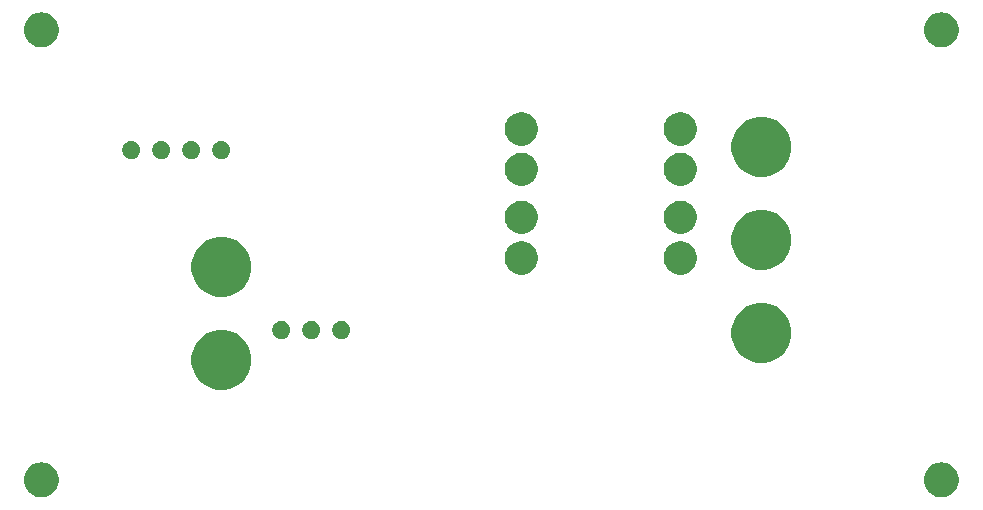
<source format=gbr>
G04 #@! TF.GenerationSoftware,KiCad,Pcbnew,(5.0.2)-1*
G04 #@! TF.CreationDate,2019-12-13T17:07:51-06:00*
G04 #@! TF.ProjectId,Arm-EStop_Hardware,41726d2d-4553-4746-9f70-5f4861726477,rev?*
G04 #@! TF.SameCoordinates,Original*
G04 #@! TF.FileFunction,Soldermask,Bot*
G04 #@! TF.FilePolarity,Negative*
%FSLAX46Y46*%
G04 Gerber Fmt 4.6, Leading zero omitted, Abs format (unit mm)*
G04 Created by KiCad (PCBNEW (5.0.2)-1) date 12/13/2019 5:07:51 PM*
%MOMM*%
%LPD*%
G01*
G04 APERTURE LIST*
%ADD10C,0.100000*%
G04 APERTURE END LIST*
D10*
G36*
X218656253Y-128080953D02*
X218869717Y-128123414D01*
X219137822Y-128234467D01*
X219137823Y-128234468D01*
X219379113Y-128395693D01*
X219584307Y-128600887D01*
X219584309Y-128600890D01*
X219745533Y-128842178D01*
X219856586Y-129110283D01*
X219913200Y-129394902D01*
X219913200Y-129685098D01*
X219856586Y-129969717D01*
X219745533Y-130237822D01*
X219745532Y-130237823D01*
X219584307Y-130479113D01*
X219379113Y-130684307D01*
X219379110Y-130684309D01*
X219137822Y-130845533D01*
X218869717Y-130956586D01*
X218656253Y-130999047D01*
X218585099Y-131013200D01*
X218294901Y-131013200D01*
X218223747Y-130999047D01*
X218010283Y-130956586D01*
X217742178Y-130845533D01*
X217500890Y-130684309D01*
X217500887Y-130684307D01*
X217295693Y-130479113D01*
X217134468Y-130237823D01*
X217134467Y-130237822D01*
X217023414Y-129969717D01*
X216966800Y-129685098D01*
X216966800Y-129394902D01*
X217023414Y-129110283D01*
X217134467Y-128842178D01*
X217295691Y-128600890D01*
X217295693Y-128600887D01*
X217500887Y-128395693D01*
X217742177Y-128234468D01*
X217742178Y-128234467D01*
X218010283Y-128123414D01*
X218223747Y-128080953D01*
X218294901Y-128066800D01*
X218585099Y-128066800D01*
X218656253Y-128080953D01*
X218656253Y-128080953D01*
G37*
G36*
X142456253Y-128080953D02*
X142669717Y-128123414D01*
X142937822Y-128234467D01*
X142937823Y-128234468D01*
X143179113Y-128395693D01*
X143384307Y-128600887D01*
X143384309Y-128600890D01*
X143545533Y-128842178D01*
X143656586Y-129110283D01*
X143713200Y-129394902D01*
X143713200Y-129685098D01*
X143656586Y-129969717D01*
X143545533Y-130237822D01*
X143545532Y-130237823D01*
X143384307Y-130479113D01*
X143179113Y-130684307D01*
X143179110Y-130684309D01*
X142937822Y-130845533D01*
X142669717Y-130956586D01*
X142456253Y-130999047D01*
X142385099Y-131013200D01*
X142094901Y-131013200D01*
X142023747Y-130999047D01*
X141810283Y-130956586D01*
X141542178Y-130845533D01*
X141300890Y-130684309D01*
X141300887Y-130684307D01*
X141095693Y-130479113D01*
X140934468Y-130237823D01*
X140934467Y-130237822D01*
X140823414Y-129969717D01*
X140766800Y-129685098D01*
X140766800Y-129394902D01*
X140823414Y-129110283D01*
X140934467Y-128842178D01*
X141095691Y-128600890D01*
X141095693Y-128600887D01*
X141300887Y-128395693D01*
X141542177Y-128234468D01*
X141542178Y-128234467D01*
X141810283Y-128123414D01*
X142023747Y-128080953D01*
X142094901Y-128066800D01*
X142385099Y-128066800D01*
X142456253Y-128080953D01*
X142456253Y-128080953D01*
G37*
G36*
X158220890Y-116937610D02*
X158683140Y-117129080D01*
X159099159Y-117407055D01*
X159452945Y-117760841D01*
X159730920Y-118176860D01*
X159922390Y-118639110D01*
X160020000Y-119129830D01*
X160020000Y-119630170D01*
X159922390Y-120120890D01*
X159730920Y-120583140D01*
X159452945Y-120999159D01*
X159099159Y-121352945D01*
X158683140Y-121630920D01*
X158220890Y-121822390D01*
X157730170Y-121920000D01*
X157229830Y-121920000D01*
X156739110Y-121822390D01*
X156276860Y-121630920D01*
X155860841Y-121352945D01*
X155507055Y-120999159D01*
X155229080Y-120583140D01*
X155037610Y-120120890D01*
X154940000Y-119630170D01*
X154940000Y-119129830D01*
X155037610Y-118639110D01*
X155229080Y-118176860D01*
X155507055Y-117760841D01*
X155860841Y-117407055D01*
X156276860Y-117129080D01*
X156739110Y-116937610D01*
X157229830Y-116840000D01*
X157730170Y-116840000D01*
X158220890Y-116937610D01*
X158220890Y-116937610D01*
G37*
G36*
X203940890Y-114651610D02*
X204403140Y-114843080D01*
X204819159Y-115121055D01*
X205172945Y-115474841D01*
X205450920Y-115890860D01*
X205642390Y-116353110D01*
X205740000Y-116843830D01*
X205740000Y-117344170D01*
X205642390Y-117834890D01*
X205450920Y-118297140D01*
X205172945Y-118713159D01*
X204819159Y-119066945D01*
X204403140Y-119344920D01*
X203940890Y-119536390D01*
X203450170Y-119634000D01*
X202949830Y-119634000D01*
X202459110Y-119536390D01*
X201996860Y-119344920D01*
X201580841Y-119066945D01*
X201227055Y-118713159D01*
X200949080Y-118297140D01*
X200757610Y-117834890D01*
X200660000Y-117344170D01*
X200660000Y-116843830D01*
X200757610Y-116353110D01*
X200949080Y-115890860D01*
X201227055Y-115474841D01*
X201580841Y-115121055D01*
X201996860Y-114843080D01*
X202459110Y-114651610D01*
X202949830Y-114554000D01*
X203450170Y-114554000D01*
X203940890Y-114651610D01*
X203940890Y-114651610D01*
G37*
G36*
X167813195Y-116097522D02*
X167862267Y-116107283D01*
X168000942Y-116164724D01*
X168125750Y-116248118D01*
X168231882Y-116354250D01*
X168315276Y-116479058D01*
X168372717Y-116617734D01*
X168402000Y-116764948D01*
X168402000Y-116915052D01*
X168372717Y-117062266D01*
X168315276Y-117200942D01*
X168231882Y-117325750D01*
X168125750Y-117431882D01*
X168125747Y-117431884D01*
X168000942Y-117515276D01*
X167862267Y-117572717D01*
X167813195Y-117582478D01*
X167715052Y-117602000D01*
X167564948Y-117602000D01*
X167466805Y-117582478D01*
X167417733Y-117572717D01*
X167279058Y-117515276D01*
X167154253Y-117431884D01*
X167154250Y-117431882D01*
X167048118Y-117325750D01*
X166964724Y-117200942D01*
X166907283Y-117062266D01*
X166878000Y-116915052D01*
X166878000Y-116764948D01*
X166907283Y-116617734D01*
X166964724Y-116479058D01*
X167048118Y-116354250D01*
X167154250Y-116248118D01*
X167279058Y-116164724D01*
X167417733Y-116107283D01*
X167466805Y-116097522D01*
X167564948Y-116078000D01*
X167715052Y-116078000D01*
X167813195Y-116097522D01*
X167813195Y-116097522D01*
G37*
G36*
X162733195Y-116097522D02*
X162782267Y-116107283D01*
X162920942Y-116164724D01*
X163045750Y-116248118D01*
X163151882Y-116354250D01*
X163235276Y-116479058D01*
X163292717Y-116617734D01*
X163322000Y-116764948D01*
X163322000Y-116915052D01*
X163292717Y-117062266D01*
X163235276Y-117200942D01*
X163151882Y-117325750D01*
X163045750Y-117431882D01*
X163045747Y-117431884D01*
X162920942Y-117515276D01*
X162782267Y-117572717D01*
X162733195Y-117582478D01*
X162635052Y-117602000D01*
X162484948Y-117602000D01*
X162386805Y-117582478D01*
X162337733Y-117572717D01*
X162199058Y-117515276D01*
X162074253Y-117431884D01*
X162074250Y-117431882D01*
X161968118Y-117325750D01*
X161884724Y-117200942D01*
X161827283Y-117062266D01*
X161798000Y-116915052D01*
X161798000Y-116764948D01*
X161827283Y-116617734D01*
X161884724Y-116479058D01*
X161968118Y-116354250D01*
X162074250Y-116248118D01*
X162199058Y-116164724D01*
X162337733Y-116107283D01*
X162386805Y-116097522D01*
X162484948Y-116078000D01*
X162635052Y-116078000D01*
X162733195Y-116097522D01*
X162733195Y-116097522D01*
G37*
G36*
X165273195Y-116097522D02*
X165322267Y-116107283D01*
X165460942Y-116164724D01*
X165585750Y-116248118D01*
X165691882Y-116354250D01*
X165775276Y-116479058D01*
X165832717Y-116617734D01*
X165862000Y-116764948D01*
X165862000Y-116915052D01*
X165832717Y-117062266D01*
X165775276Y-117200942D01*
X165691882Y-117325750D01*
X165585750Y-117431882D01*
X165585747Y-117431884D01*
X165460942Y-117515276D01*
X165322267Y-117572717D01*
X165273195Y-117582478D01*
X165175052Y-117602000D01*
X165024948Y-117602000D01*
X164926805Y-117582478D01*
X164877733Y-117572717D01*
X164739058Y-117515276D01*
X164614253Y-117431884D01*
X164614250Y-117431882D01*
X164508118Y-117325750D01*
X164424724Y-117200942D01*
X164367283Y-117062266D01*
X164338000Y-116915052D01*
X164338000Y-116764948D01*
X164367283Y-116617734D01*
X164424724Y-116479058D01*
X164508118Y-116354250D01*
X164614250Y-116248118D01*
X164739058Y-116164724D01*
X164877733Y-116107283D01*
X164926805Y-116097522D01*
X165024948Y-116078000D01*
X165175052Y-116078000D01*
X165273195Y-116097522D01*
X165273195Y-116097522D01*
G37*
G36*
X158220890Y-109063610D02*
X158683140Y-109255080D01*
X159099159Y-109533055D01*
X159452945Y-109886841D01*
X159730920Y-110302860D01*
X159922390Y-110765110D01*
X160020000Y-111255830D01*
X160020000Y-111756170D01*
X159922390Y-112246890D01*
X159730920Y-112709140D01*
X159452945Y-113125159D01*
X159099159Y-113478945D01*
X158683140Y-113756920D01*
X158220890Y-113948390D01*
X157730170Y-114046000D01*
X157229830Y-114046000D01*
X156739110Y-113948390D01*
X156276860Y-113756920D01*
X155860841Y-113478945D01*
X155507055Y-113125159D01*
X155229080Y-112709140D01*
X155037610Y-112246890D01*
X154940000Y-111756170D01*
X154940000Y-111255830D01*
X155037610Y-110765110D01*
X155229080Y-110302860D01*
X155507055Y-109886841D01*
X155860841Y-109533055D01*
X156276860Y-109255080D01*
X156739110Y-109063610D01*
X157229830Y-108966000D01*
X157730170Y-108966000D01*
X158220890Y-109063610D01*
X158220890Y-109063610D01*
G37*
G36*
X183291193Y-109388473D02*
X183547744Y-109494740D01*
X183778634Y-109649016D01*
X183974984Y-109845366D01*
X184129260Y-110076256D01*
X184235527Y-110332807D01*
X184289700Y-110605155D01*
X184289700Y-110882845D01*
X184235527Y-111155193D01*
X184129260Y-111411744D01*
X183974984Y-111642634D01*
X183778634Y-111838984D01*
X183547744Y-111993260D01*
X183291193Y-112099527D01*
X183018845Y-112153700D01*
X182741155Y-112153700D01*
X182468807Y-112099527D01*
X182212256Y-111993260D01*
X181981366Y-111838984D01*
X181785016Y-111642634D01*
X181630740Y-111411744D01*
X181524473Y-111155193D01*
X181470300Y-110882845D01*
X181470300Y-110605155D01*
X181524473Y-110332807D01*
X181630740Y-110076256D01*
X181785016Y-109845366D01*
X181981366Y-109649016D01*
X182212256Y-109494740D01*
X182468807Y-109388473D01*
X182741155Y-109334300D01*
X183018845Y-109334300D01*
X183291193Y-109388473D01*
X183291193Y-109388473D01*
G37*
G36*
X196753193Y-109388473D02*
X197009744Y-109494740D01*
X197240634Y-109649016D01*
X197436984Y-109845366D01*
X197591260Y-110076256D01*
X197697527Y-110332807D01*
X197751700Y-110605155D01*
X197751700Y-110882845D01*
X197697527Y-111155193D01*
X197591260Y-111411744D01*
X197436984Y-111642634D01*
X197240634Y-111838984D01*
X197009744Y-111993260D01*
X196753193Y-112099527D01*
X196480845Y-112153700D01*
X196203155Y-112153700D01*
X195930807Y-112099527D01*
X195674256Y-111993260D01*
X195443366Y-111838984D01*
X195247016Y-111642634D01*
X195092740Y-111411744D01*
X194986473Y-111155193D01*
X194932300Y-110882845D01*
X194932300Y-110605155D01*
X194986473Y-110332807D01*
X195092740Y-110076256D01*
X195247016Y-109845366D01*
X195443366Y-109649016D01*
X195674256Y-109494740D01*
X195930807Y-109388473D01*
X196203155Y-109334300D01*
X196480845Y-109334300D01*
X196753193Y-109388473D01*
X196753193Y-109388473D01*
G37*
G36*
X203940890Y-106777610D02*
X204403140Y-106969080D01*
X204819159Y-107247055D01*
X205172945Y-107600841D01*
X205450920Y-108016860D01*
X205642390Y-108479110D01*
X205740000Y-108969830D01*
X205740000Y-109470170D01*
X205642390Y-109960890D01*
X205450920Y-110423140D01*
X205172945Y-110839159D01*
X204819159Y-111192945D01*
X204403140Y-111470920D01*
X203940890Y-111662390D01*
X203450170Y-111760000D01*
X202949830Y-111760000D01*
X202459110Y-111662390D01*
X201996860Y-111470920D01*
X201580841Y-111192945D01*
X201227055Y-110839159D01*
X200949080Y-110423140D01*
X200757610Y-109960890D01*
X200660000Y-109470170D01*
X200660000Y-108969830D01*
X200757610Y-108479110D01*
X200949080Y-108016860D01*
X201227055Y-107600841D01*
X201580841Y-107247055D01*
X201996860Y-106969080D01*
X202459110Y-106777610D01*
X202949830Y-106680000D01*
X203450170Y-106680000D01*
X203940890Y-106777610D01*
X203940890Y-106777610D01*
G37*
G36*
X183291193Y-105959473D02*
X183547744Y-106065740D01*
X183778634Y-106220016D01*
X183974984Y-106416366D01*
X184129260Y-106647256D01*
X184235527Y-106903807D01*
X184289700Y-107176155D01*
X184289700Y-107453845D01*
X184235527Y-107726193D01*
X184129260Y-107982744D01*
X183974984Y-108213634D01*
X183778634Y-108409984D01*
X183547744Y-108564260D01*
X183291193Y-108670527D01*
X183018845Y-108724700D01*
X182741155Y-108724700D01*
X182468807Y-108670527D01*
X182212256Y-108564260D01*
X181981366Y-108409984D01*
X181785016Y-108213634D01*
X181630740Y-107982744D01*
X181524473Y-107726193D01*
X181470300Y-107453845D01*
X181470300Y-107176155D01*
X181524473Y-106903807D01*
X181630740Y-106647256D01*
X181785016Y-106416366D01*
X181981366Y-106220016D01*
X182212256Y-106065740D01*
X182468807Y-105959473D01*
X182741155Y-105905300D01*
X183018845Y-105905300D01*
X183291193Y-105959473D01*
X183291193Y-105959473D01*
G37*
G36*
X196753193Y-105959473D02*
X197009744Y-106065740D01*
X197240634Y-106220016D01*
X197436984Y-106416366D01*
X197591260Y-106647256D01*
X197697527Y-106903807D01*
X197751700Y-107176155D01*
X197751700Y-107453845D01*
X197697527Y-107726193D01*
X197591260Y-107982744D01*
X197436984Y-108213634D01*
X197240634Y-108409984D01*
X197009744Y-108564260D01*
X196753193Y-108670527D01*
X196480845Y-108724700D01*
X196203155Y-108724700D01*
X195930807Y-108670527D01*
X195674256Y-108564260D01*
X195443366Y-108409984D01*
X195247016Y-108213634D01*
X195092740Y-107982744D01*
X194986473Y-107726193D01*
X194932300Y-107453845D01*
X194932300Y-107176155D01*
X194986473Y-106903807D01*
X195092740Y-106647256D01*
X195247016Y-106416366D01*
X195443366Y-106220016D01*
X195674256Y-106065740D01*
X195930807Y-105959473D01*
X196203155Y-105905300D01*
X196480845Y-105905300D01*
X196753193Y-105959473D01*
X196753193Y-105959473D01*
G37*
G36*
X183291193Y-101895473D02*
X183547744Y-102001740D01*
X183778634Y-102156016D01*
X183974984Y-102352366D01*
X184129260Y-102583256D01*
X184235527Y-102839807D01*
X184289700Y-103112155D01*
X184289700Y-103389845D01*
X184235527Y-103662193D01*
X184129260Y-103918744D01*
X183974984Y-104149634D01*
X183778634Y-104345984D01*
X183547744Y-104500260D01*
X183291193Y-104606527D01*
X183018845Y-104660700D01*
X182741155Y-104660700D01*
X182468807Y-104606527D01*
X182212256Y-104500260D01*
X181981366Y-104345984D01*
X181785016Y-104149634D01*
X181630740Y-103918744D01*
X181524473Y-103662193D01*
X181470300Y-103389845D01*
X181470300Y-103112155D01*
X181524473Y-102839807D01*
X181630740Y-102583256D01*
X181785016Y-102352366D01*
X181981366Y-102156016D01*
X182212256Y-102001740D01*
X182468807Y-101895473D01*
X182741155Y-101841300D01*
X183018845Y-101841300D01*
X183291193Y-101895473D01*
X183291193Y-101895473D01*
G37*
G36*
X196753193Y-101895473D02*
X197009744Y-102001740D01*
X197240634Y-102156016D01*
X197436984Y-102352366D01*
X197591260Y-102583256D01*
X197697527Y-102839807D01*
X197751700Y-103112155D01*
X197751700Y-103389845D01*
X197697527Y-103662193D01*
X197591260Y-103918744D01*
X197436984Y-104149634D01*
X197240634Y-104345984D01*
X197009744Y-104500260D01*
X196753193Y-104606527D01*
X196480845Y-104660700D01*
X196203155Y-104660700D01*
X195930807Y-104606527D01*
X195674256Y-104500260D01*
X195443366Y-104345984D01*
X195247016Y-104149634D01*
X195092740Y-103918744D01*
X194986473Y-103662193D01*
X194932300Y-103389845D01*
X194932300Y-103112155D01*
X194986473Y-102839807D01*
X195092740Y-102583256D01*
X195247016Y-102352366D01*
X195443366Y-102156016D01*
X195674256Y-102001740D01*
X195930807Y-101895473D01*
X196203155Y-101841300D01*
X196480845Y-101841300D01*
X196753193Y-101895473D01*
X196753193Y-101895473D01*
G37*
G36*
X203940890Y-98903610D02*
X204403140Y-99095080D01*
X204819159Y-99373055D01*
X205172945Y-99726841D01*
X205450920Y-100142860D01*
X205642390Y-100605110D01*
X205740000Y-101095830D01*
X205740000Y-101596170D01*
X205642390Y-102086890D01*
X205450920Y-102549140D01*
X205172945Y-102965159D01*
X204819159Y-103318945D01*
X204403140Y-103596920D01*
X203940890Y-103788390D01*
X203450170Y-103886000D01*
X202949830Y-103886000D01*
X202459110Y-103788390D01*
X201996860Y-103596920D01*
X201580841Y-103318945D01*
X201227055Y-102965159D01*
X200949080Y-102549140D01*
X200757610Y-102086890D01*
X200660000Y-101596170D01*
X200660000Y-101095830D01*
X200757610Y-100605110D01*
X200949080Y-100142860D01*
X201227055Y-99726841D01*
X201580841Y-99373055D01*
X201996860Y-99095080D01*
X202459110Y-98903610D01*
X202949830Y-98806000D01*
X203450170Y-98806000D01*
X203940890Y-98903610D01*
X203940890Y-98903610D01*
G37*
G36*
X150033195Y-100857522D02*
X150082267Y-100867283D01*
X150202256Y-100916984D01*
X150220942Y-100924724D01*
X150345750Y-101008118D01*
X150451882Y-101114250D01*
X150535276Y-101239058D01*
X150592717Y-101377734D01*
X150622000Y-101524948D01*
X150622000Y-101675052D01*
X150592717Y-101822266D01*
X150535276Y-101960942D01*
X150451882Y-102085750D01*
X150345750Y-102191882D01*
X150345747Y-102191884D01*
X150220942Y-102275276D01*
X150082267Y-102332717D01*
X150033195Y-102342478D01*
X149935052Y-102362000D01*
X149784948Y-102362000D01*
X149686805Y-102342478D01*
X149637733Y-102332717D01*
X149499058Y-102275276D01*
X149374253Y-102191884D01*
X149374250Y-102191882D01*
X149268118Y-102085750D01*
X149184724Y-101960942D01*
X149127283Y-101822266D01*
X149098000Y-101675052D01*
X149098000Y-101524948D01*
X149127283Y-101377734D01*
X149184724Y-101239058D01*
X149268118Y-101114250D01*
X149374250Y-101008118D01*
X149499058Y-100924724D01*
X149517744Y-100916984D01*
X149637733Y-100867283D01*
X149686805Y-100857522D01*
X149784948Y-100838000D01*
X149935052Y-100838000D01*
X150033195Y-100857522D01*
X150033195Y-100857522D01*
G37*
G36*
X152573195Y-100857522D02*
X152622267Y-100867283D01*
X152742256Y-100916984D01*
X152760942Y-100924724D01*
X152885750Y-101008118D01*
X152991882Y-101114250D01*
X153075276Y-101239058D01*
X153132717Y-101377734D01*
X153162000Y-101524948D01*
X153162000Y-101675052D01*
X153132717Y-101822266D01*
X153075276Y-101960942D01*
X152991882Y-102085750D01*
X152885750Y-102191882D01*
X152885747Y-102191884D01*
X152760942Y-102275276D01*
X152622267Y-102332717D01*
X152573195Y-102342478D01*
X152475052Y-102362000D01*
X152324948Y-102362000D01*
X152226805Y-102342478D01*
X152177733Y-102332717D01*
X152039058Y-102275276D01*
X151914253Y-102191884D01*
X151914250Y-102191882D01*
X151808118Y-102085750D01*
X151724724Y-101960942D01*
X151667283Y-101822266D01*
X151638000Y-101675052D01*
X151638000Y-101524948D01*
X151667283Y-101377734D01*
X151724724Y-101239058D01*
X151808118Y-101114250D01*
X151914250Y-101008118D01*
X152039058Y-100924724D01*
X152057744Y-100916984D01*
X152177733Y-100867283D01*
X152226805Y-100857522D01*
X152324948Y-100838000D01*
X152475052Y-100838000D01*
X152573195Y-100857522D01*
X152573195Y-100857522D01*
G37*
G36*
X155113195Y-100857522D02*
X155162267Y-100867283D01*
X155282256Y-100916984D01*
X155300942Y-100924724D01*
X155425750Y-101008118D01*
X155531882Y-101114250D01*
X155615276Y-101239058D01*
X155672717Y-101377734D01*
X155702000Y-101524948D01*
X155702000Y-101675052D01*
X155672717Y-101822266D01*
X155615276Y-101960942D01*
X155531882Y-102085750D01*
X155425750Y-102191882D01*
X155425747Y-102191884D01*
X155300942Y-102275276D01*
X155162267Y-102332717D01*
X155113195Y-102342478D01*
X155015052Y-102362000D01*
X154864948Y-102362000D01*
X154766805Y-102342478D01*
X154717733Y-102332717D01*
X154579058Y-102275276D01*
X154454253Y-102191884D01*
X154454250Y-102191882D01*
X154348118Y-102085750D01*
X154264724Y-101960942D01*
X154207283Y-101822266D01*
X154178000Y-101675052D01*
X154178000Y-101524948D01*
X154207283Y-101377734D01*
X154264724Y-101239058D01*
X154348118Y-101114250D01*
X154454250Y-101008118D01*
X154579058Y-100924724D01*
X154597744Y-100916984D01*
X154717733Y-100867283D01*
X154766805Y-100857522D01*
X154864948Y-100838000D01*
X155015052Y-100838000D01*
X155113195Y-100857522D01*
X155113195Y-100857522D01*
G37*
G36*
X157653195Y-100857522D02*
X157702267Y-100867283D01*
X157822256Y-100916984D01*
X157840942Y-100924724D01*
X157965750Y-101008118D01*
X158071882Y-101114250D01*
X158155276Y-101239058D01*
X158212717Y-101377734D01*
X158242000Y-101524948D01*
X158242000Y-101675052D01*
X158212717Y-101822266D01*
X158155276Y-101960942D01*
X158071882Y-102085750D01*
X157965750Y-102191882D01*
X157965747Y-102191884D01*
X157840942Y-102275276D01*
X157702267Y-102332717D01*
X157653195Y-102342478D01*
X157555052Y-102362000D01*
X157404948Y-102362000D01*
X157306805Y-102342478D01*
X157257733Y-102332717D01*
X157119058Y-102275276D01*
X156994253Y-102191884D01*
X156994250Y-102191882D01*
X156888118Y-102085750D01*
X156804724Y-101960942D01*
X156747283Y-101822266D01*
X156718000Y-101675052D01*
X156718000Y-101524948D01*
X156747283Y-101377734D01*
X156804724Y-101239058D01*
X156888118Y-101114250D01*
X156994250Y-101008118D01*
X157119058Y-100924724D01*
X157137744Y-100916984D01*
X157257733Y-100867283D01*
X157306805Y-100857522D01*
X157404948Y-100838000D01*
X157555052Y-100838000D01*
X157653195Y-100857522D01*
X157653195Y-100857522D01*
G37*
G36*
X183291193Y-98466473D02*
X183547744Y-98572740D01*
X183778634Y-98727016D01*
X183974984Y-98923366D01*
X184129260Y-99154256D01*
X184235527Y-99410807D01*
X184289700Y-99683155D01*
X184289700Y-99960845D01*
X184235527Y-100233193D01*
X184129260Y-100489744D01*
X183974984Y-100720634D01*
X183778634Y-100916984D01*
X183547744Y-101071260D01*
X183291193Y-101177527D01*
X183018845Y-101231700D01*
X182741155Y-101231700D01*
X182468807Y-101177527D01*
X182212256Y-101071260D01*
X181981366Y-100916984D01*
X181785016Y-100720634D01*
X181630740Y-100489744D01*
X181524473Y-100233193D01*
X181470300Y-99960845D01*
X181470300Y-99683155D01*
X181524473Y-99410807D01*
X181630740Y-99154256D01*
X181785016Y-98923366D01*
X181981366Y-98727016D01*
X182212256Y-98572740D01*
X182468807Y-98466473D01*
X182741155Y-98412300D01*
X183018845Y-98412300D01*
X183291193Y-98466473D01*
X183291193Y-98466473D01*
G37*
G36*
X196753193Y-98466473D02*
X197009744Y-98572740D01*
X197240634Y-98727016D01*
X197436984Y-98923366D01*
X197591260Y-99154256D01*
X197697527Y-99410807D01*
X197751700Y-99683155D01*
X197751700Y-99960845D01*
X197697527Y-100233193D01*
X197591260Y-100489744D01*
X197436984Y-100720634D01*
X197240634Y-100916984D01*
X197009744Y-101071260D01*
X196753193Y-101177527D01*
X196480845Y-101231700D01*
X196203155Y-101231700D01*
X195930807Y-101177527D01*
X195674256Y-101071260D01*
X195443366Y-100916984D01*
X195247016Y-100720634D01*
X195092740Y-100489744D01*
X194986473Y-100233193D01*
X194932300Y-99960845D01*
X194932300Y-99683155D01*
X194986473Y-99410807D01*
X195092740Y-99154256D01*
X195247016Y-98923366D01*
X195443366Y-98727016D01*
X195674256Y-98572740D01*
X195930807Y-98466473D01*
X196203155Y-98412300D01*
X196480845Y-98412300D01*
X196753193Y-98466473D01*
X196753193Y-98466473D01*
G37*
G36*
X218656253Y-89980954D02*
X218869717Y-90023414D01*
X219137822Y-90134467D01*
X219137823Y-90134468D01*
X219379113Y-90295693D01*
X219584307Y-90500887D01*
X219584309Y-90500890D01*
X219745533Y-90742178D01*
X219856586Y-91010283D01*
X219913200Y-91294902D01*
X219913200Y-91585098D01*
X219856586Y-91869717D01*
X219745533Y-92137822D01*
X219745532Y-92137823D01*
X219584307Y-92379113D01*
X219379113Y-92584307D01*
X219379110Y-92584309D01*
X219137822Y-92745533D01*
X218869717Y-92856586D01*
X218656253Y-92899046D01*
X218585099Y-92913200D01*
X218294901Y-92913200D01*
X218223747Y-92899046D01*
X218010283Y-92856586D01*
X217742178Y-92745533D01*
X217500890Y-92584309D01*
X217500887Y-92584307D01*
X217295693Y-92379113D01*
X217134468Y-92137823D01*
X217134467Y-92137822D01*
X217023414Y-91869717D01*
X216966800Y-91585098D01*
X216966800Y-91294902D01*
X217023414Y-91010283D01*
X217134467Y-90742178D01*
X217295691Y-90500890D01*
X217295693Y-90500887D01*
X217500887Y-90295693D01*
X217742177Y-90134468D01*
X217742178Y-90134467D01*
X218010283Y-90023414D01*
X218223747Y-89980954D01*
X218294901Y-89966800D01*
X218585099Y-89966800D01*
X218656253Y-89980954D01*
X218656253Y-89980954D01*
G37*
G36*
X142456253Y-89980954D02*
X142669717Y-90023414D01*
X142937822Y-90134467D01*
X142937823Y-90134468D01*
X143179113Y-90295693D01*
X143384307Y-90500887D01*
X143384309Y-90500890D01*
X143545533Y-90742178D01*
X143656586Y-91010283D01*
X143713200Y-91294902D01*
X143713200Y-91585098D01*
X143656586Y-91869717D01*
X143545533Y-92137822D01*
X143545532Y-92137823D01*
X143384307Y-92379113D01*
X143179113Y-92584307D01*
X143179110Y-92584309D01*
X142937822Y-92745533D01*
X142669717Y-92856586D01*
X142456253Y-92899046D01*
X142385099Y-92913200D01*
X142094901Y-92913200D01*
X142023747Y-92899046D01*
X141810283Y-92856586D01*
X141542178Y-92745533D01*
X141300890Y-92584309D01*
X141300887Y-92584307D01*
X141095693Y-92379113D01*
X140934468Y-92137823D01*
X140934467Y-92137822D01*
X140823414Y-91869717D01*
X140766800Y-91585098D01*
X140766800Y-91294902D01*
X140823414Y-91010283D01*
X140934467Y-90742178D01*
X141095691Y-90500890D01*
X141095693Y-90500887D01*
X141300887Y-90295693D01*
X141542177Y-90134468D01*
X141542178Y-90134467D01*
X141810283Y-90023414D01*
X142023747Y-89980954D01*
X142094901Y-89966800D01*
X142385099Y-89966800D01*
X142456253Y-89980954D01*
X142456253Y-89980954D01*
G37*
M02*

</source>
